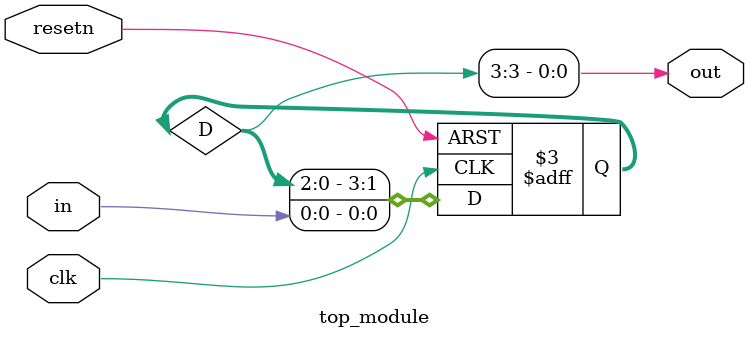
<source format=sv>
module top_module (
	input clk,
	input resetn,
	input in,
	output out
);
	
	reg [3:0] D;
	
	always @(posedge clk or negedge resetn) begin
		if (~resetn) begin
			D <= 4'b0;
		end else begin
			D <= {D[2:0], in};
		end
	end
	
	assign out = D[3];
	
endmodule

</source>
